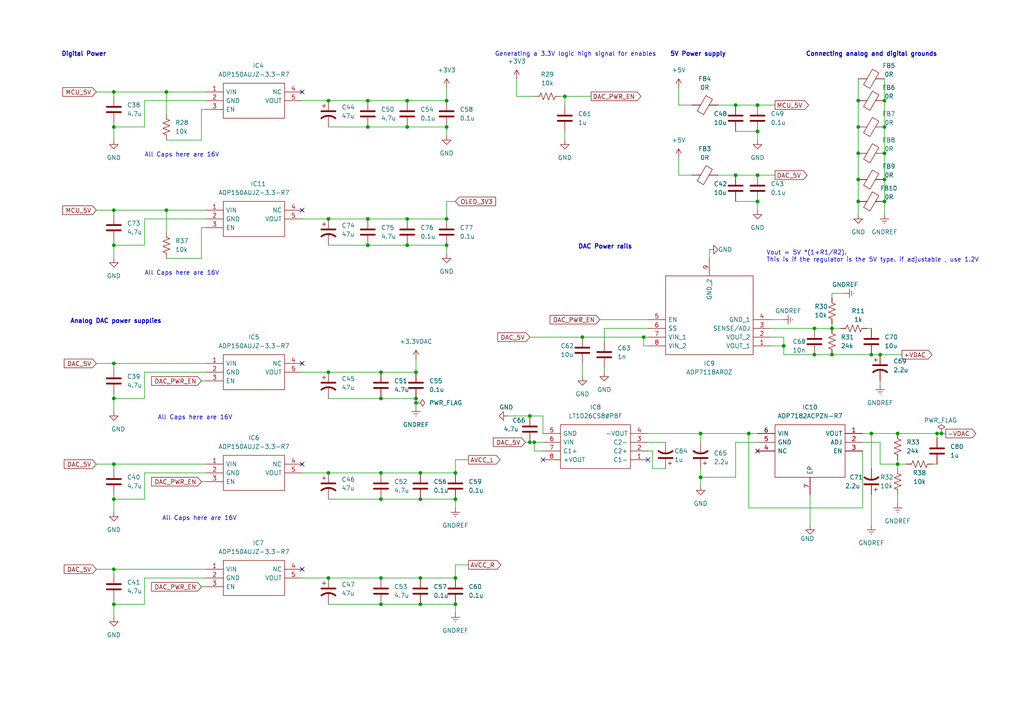
<source format=kicad_sch>
(kicad_sch (version 20211123) (generator eeschema)
  (paper "A4")
  (title_block (title "Power Supplies"))
  (junction (at 106.68 71.12))
  (junction (at 110.49 144.78))
  (junction (at 163.83 27.94))
  (junction (at 213.36 30.48))
  (junction (at 213.36 50.8))
  (junction (at 168.91 97.79))
  (junction (at 121.92 175.26))
  (junction (at 203.2 138.43))
  (junction (at 118.11 36.83))
  (junction (at 153.67 128.27))
  (junction (at 110.49 167.64))
  (junction (at 95.25 63.5))
  (junction (at 33.02 115.57))
  (junction (at 106.68 36.83))
  (junction (at 121.92 137.16))
  (junction (at 95.25 167.64))
  (junction (at 186.69 97.79))
  (junction (at 227.33 100.33))
  (junction (at 248.92 58.42))
  (junction (at 219.71 58.42))
  (junction (at 118.11 63.5))
  (junction (at 129.54 71.12))
  (junction (at 271.78 125.73))
  (junction (at 33.02 105.41))
  (junction (at 132.08 175.26))
  (junction (at 219.71 30.48))
  (junction (at 256.54 29.21))
  (junction (at 95.25 107.95))
  (junction (at 118.11 71.12))
  (junction (at 248.92 29.21))
  (junction (at 203.2 125.73))
  (junction (at 33.02 26.67))
  (junction (at 48.26 26.67))
  (junction (at 110.49 175.26))
  (junction (at 110.49 107.95))
  (junction (at 219.71 50.8))
  (junction (at 252.73 102.87))
  (junction (at 129.54 63.5))
  (junction (at 33.02 71.12))
  (junction (at 132.08 144.78))
  (junction (at 110.49 115.57))
  (junction (at 33.02 36.83))
  (junction (at 248.92 44.45))
  (junction (at 219.71 38.1))
  (junction (at 33.02 165.1))
  (junction (at 273.05 125.73))
  (junction (at 110.49 137.16))
  (junction (at 33.02 144.78))
  (junction (at 132.08 137.16))
  (junction (at 132.08 167.64))
  (junction (at 256.54 44.45))
  (junction (at 260.35 134.62))
  (junction (at 121.92 167.64))
  (junction (at 121.92 144.78))
  (junction (at 241.3 95.25))
  (junction (at 260.35 125.73))
  (junction (at 106.68 29.21))
  (junction (at 217.17 125.73))
  (junction (at 236.22 102.87))
  (junction (at 120.65 107.95))
  (junction (at 118.11 29.21))
  (junction (at 120.65 115.57))
  (junction (at 241.3 102.87))
  (junction (at 248.92 36.83))
  (junction (at 95.25 29.21))
  (junction (at 256.54 58.42))
  (junction (at 120.65 116.84))
  (junction (at 252.73 125.73))
  (junction (at 256.54 52.07))
  (junction (at 33.02 60.96))
  (junction (at 33.02 134.62))
  (junction (at 33.02 175.26))
  (junction (at 129.54 29.21))
  (junction (at 248.92 52.07))
  (junction (at 256.54 36.83))
  (junction (at 154.94 128.27))
  (junction (at 95.25 137.16))
  (junction (at 236.22 95.25))
  (junction (at 153.67 120.65))
  (junction (at 106.68 63.5))
  (junction (at 255.27 102.87))
  (junction (at 129.54 36.83))
  (junction (at 48.26 60.96))
  (no_connect (at 87.63 105.41))
  (no_connect (at 219.71 130.81))
  (no_connect (at 87.63 134.62))
  (no_connect (at 187.96 133.35))
  (no_connect (at 87.63 165.1))
  (no_connect (at 87.63 60.96))
  (no_connect (at 157.48 133.35))
  (no_connect (at 87.63 26.67))
  (wire (pts (xy 250.19 147.32) (xy 217.17 147.32)))
  (wire (pts (xy 219.71 30.48) (xy 224.79 30.48)))
  (wire (pts (xy 95.25 167.64) (xy 110.49 167.64)))
  (wire (pts (xy 162.56 27.94) (xy 163.83 27.94)))
  (wire (pts (xy 252.73 143.51) (xy 252.73 152.4)))
  (wire (pts (xy 153.67 128.27) (xy 154.94 128.27)))
  (wire (pts (xy 118.11 36.83) (xy 129.54 36.83)))
  (wire (pts (xy 213.36 30.48) (xy 219.71 30.48)))
  (wire (pts (xy 241.3 102.87) (xy 252.73 102.87)))
  (wire (pts (xy 129.54 36.83) (xy 129.54 39.37)))
  (wire (pts (xy 129.54 71.12) (xy 129.54 73.66)))
  (wire (pts (xy 147.32 120.65) (xy 153.67 120.65)))
  (wire (pts (xy 241.3 85.09) (xy 245.11 85.09)))
  (wire (pts (xy 223.52 100.33) (xy 227.33 100.33)))
  (wire (pts (xy 168.91 109.22) (xy 168.91 105.41)))
  (wire (pts (xy 227.33 92.71) (xy 223.52 92.71)))
  (wire (pts (xy 189.23 135.89) (xy 193.04 135.89)))
  (wire (pts (xy 255.27 111.76) (xy 255.27 110.49)))
  (wire (pts (xy 27.94 26.67) (xy 33.02 26.67)))
  (wire (pts (xy 132.08 163.83) (xy 132.08 167.64)))
  (wire (pts (xy 95.25 137.16) (xy 110.49 137.16)))
  (wire (pts (xy 132.08 133.35) (xy 135.89 133.35)))
  (wire (pts (xy 121.92 144.78) (xy 132.08 144.78)))
  (wire (pts (xy 227.33 102.87) (xy 236.22 102.87)))
  (wire (pts (xy 157.48 125.73) (xy 157.48 120.65)))
  (wire (pts (xy 255.27 102.87) (xy 261.62 102.87)))
  (wire (pts (xy 95.25 71.12) (xy 106.68 71.12)))
  (wire (pts (xy 241.3 95.25) (xy 243.84 95.25)))
  (wire (pts (xy 33.02 26.67) (xy 48.26 26.67)))
  (wire (pts (xy 213.36 50.8) (xy 219.71 50.8)))
  (wire (pts (xy 58.42 40.64) (xy 48.26 40.64)))
  (wire (pts (xy 256.54 52.07) (xy 256.54 58.42)))
  (wire (pts (xy 149.86 22.86) (xy 149.86 27.94)))
  (wire (pts (xy 27.94 60.96) (xy 33.02 60.96)))
  (wire (pts (xy 33.02 27.94) (xy 33.02 26.67)))
  (wire (pts (xy 153.67 97.79) (xy 168.91 97.79)))
  (wire (pts (xy 256.54 44.45) (xy 256.54 52.07)))
  (wire (pts (xy 186.69 100.33) (xy 186.69 97.79)))
  (wire (pts (xy 95.25 63.5) (xy 106.68 63.5)))
  (wire (pts (xy 250.19 128.27) (xy 255.27 128.27)))
  (wire (pts (xy 203.2 125.73) (xy 217.17 125.73)))
  (wire (pts (xy 87.63 63.5) (xy 95.25 63.5)))
  (wire (pts (xy 213.36 58.42) (xy 219.71 58.42)))
  (wire (pts (xy 250.19 130.81) (xy 250.19 147.32)))
  (wire (pts (xy 121.92 175.26) (xy 132.08 175.26)))
  (wire (pts (xy 110.49 115.57) (xy 120.65 115.57)))
  (wire (pts (xy 27.94 134.62) (xy 33.02 134.62)))
  (wire (pts (xy 41.91 36.83) (xy 33.02 36.83)))
  (wire (pts (xy 33.02 74.93) (xy 33.02 71.12)))
  (wire (pts (xy 41.91 115.57) (xy 33.02 115.57)))
  (wire (pts (xy 260.35 125.73) (xy 271.78 125.73)))
  (wire (pts (xy 59.69 63.5) (xy 41.91 63.5)))
  (wire (pts (xy 248.92 22.86) (xy 248.92 29.21)))
  (wire (pts (xy 205.74 72.39) (xy 205.74 74.93)))
  (wire (pts (xy 213.36 138.43) (xy 203.2 138.43)))
  (wire (pts (xy 157.48 120.65) (xy 153.67 120.65)))
  (wire (pts (xy 59.69 167.64) (xy 41.91 167.64)))
  (wire (pts (xy 236.22 95.25) (xy 241.3 95.25)))
  (wire (pts (xy 236.22 102.87) (xy 241.3 102.87)))
  (wire (pts (xy 118.11 29.21) (xy 129.54 29.21)))
  (wire (pts (xy 129.54 25.4) (xy 129.54 29.21)))
  (wire (pts (xy 168.91 97.79) (xy 186.69 97.79)))
  (wire (pts (xy 260.35 134.62) (xy 260.35 135.89)))
  (wire (pts (xy 48.26 60.96) (xy 48.26 67.31)))
  (wire (pts (xy 203.2 138.43) (xy 203.2 140.97)))
  (wire (pts (xy 271.78 125.73) (xy 271.78 127)))
  (wire (pts (xy 33.02 175.26) (xy 33.02 173.99)))
  (wire (pts (xy 33.02 36.83) (xy 33.02 35.56)))
  (wire (pts (xy 41.91 71.12) (xy 33.02 71.12)))
  (wire (pts (xy 219.71 60.96) (xy 219.71 58.42)))
  (wire (pts (xy 95.25 36.83) (xy 106.68 36.83)))
  (wire (pts (xy 132.08 177.8) (xy 132.08 175.26)))
  (wire (pts (xy 260.35 143.51) (xy 260.35 146.05)))
  (wire (pts (xy 187.96 125.73) (xy 203.2 125.73)))
  (wire (pts (xy 41.91 63.5) (xy 41.91 71.12)))
  (wire (pts (xy 118.11 63.5) (xy 129.54 63.5)))
  (wire (pts (xy 58.42 31.75) (xy 59.69 31.75)))
  (wire (pts (xy 58.42 74.93) (xy 48.26 74.93)))
  (wire (pts (xy 219.71 40.64) (xy 219.71 38.1)))
  (wire (pts (xy 250.19 125.73) (xy 252.73 125.73)))
  (wire (pts (xy 59.69 107.95) (xy 41.91 107.95)))
  (wire (pts (xy 110.49 137.16) (xy 121.92 137.16)))
  (wire (pts (xy 208.28 30.48) (xy 213.36 30.48)))
  (wire (pts (xy 154.94 128.27) (xy 157.48 128.27)))
  (wire (pts (xy 58.42 110.49) (xy 59.69 110.49)))
  (wire (pts (xy 255.27 134.62) (xy 260.35 134.62)))
  (wire (pts (xy 256.54 29.21) (xy 256.54 36.83)))
  (wire (pts (xy 95.25 29.21) (xy 106.68 29.21)))
  (wire (pts (xy 33.02 148.59) (xy 33.02 144.78)))
  (wire (pts (xy 241.3 93.98) (xy 241.3 95.25)))
  (wire (pts (xy 213.36 128.27) (xy 213.36 138.43)))
  (wire (pts (xy 252.73 102.87) (xy 255.27 102.87)))
  (wire (pts (xy 27.94 165.1) (xy 33.02 165.1)))
  (wire (pts (xy 120.65 104.14) (xy 120.65 107.95)))
  (wire (pts (xy 58.42 170.18) (xy 59.69 170.18)))
  (wire (pts (xy 217.17 125.73) (xy 219.71 125.73)))
  (wire (pts (xy 203.2 135.89) (xy 203.2 138.43)))
  (wire (pts (xy 33.02 60.96) (xy 48.26 60.96)))
  (wire (pts (xy 33.02 179.07) (xy 33.02 175.26)))
  (wire (pts (xy 187.96 100.33) (xy 186.69 100.33)))
  (wire (pts (xy 256.54 36.83) (xy 256.54 44.45)))
  (wire (pts (xy 41.91 167.64) (xy 41.91 175.26)))
  (wire (pts (xy 234.95 143.51) (xy 234.95 152.4)))
  (wire (pts (xy 187.96 130.81) (xy 189.23 130.81)))
  (wire (pts (xy 208.28 50.8) (xy 213.36 50.8)))
  (wire (pts (xy 33.02 165.1) (xy 59.69 165.1)))
  (wire (pts (xy 59.69 29.21) (xy 41.91 29.21)))
  (wire (pts (xy 110.49 107.95) (xy 120.65 107.95)))
  (wire (pts (xy 33.02 134.62) (xy 59.69 134.62)))
  (wire (pts (xy 41.91 107.95) (xy 41.91 115.57)))
  (wire (pts (xy 173.99 92.71) (xy 187.96 92.71)))
  (wire (pts (xy 87.63 167.64) (xy 95.25 167.64)))
  (wire (pts (xy 251.46 95.25) (xy 252.73 95.25)))
  (wire (pts (xy 33.02 144.78) (xy 33.02 143.51)))
  (wire (pts (xy 248.92 29.21) (xy 248.92 36.83)))
  (wire (pts (xy 219.71 128.27) (xy 213.36 128.27)))
  (wire (pts (xy 196.85 50.8) (xy 196.85 45.72)))
  (wire (pts (xy 118.11 71.12) (xy 129.54 71.12)))
  (wire (pts (xy 48.26 26.67) (xy 48.26 33.02)))
  (wire (pts (xy 132.08 58.42) (xy 129.54 58.42)))
  (wire (pts (xy 223.52 97.79) (xy 227.33 97.79)))
  (wire (pts (xy 152.4 128.27) (xy 153.67 128.27)))
  (wire (pts (xy 58.42 31.75) (xy 58.42 40.64)))
  (wire (pts (xy 129.54 58.42) (xy 129.54 63.5)))
  (wire (pts (xy 106.68 71.12) (xy 118.11 71.12)))
  (wire (pts (xy 200.66 30.48) (xy 196.85 30.48)))
  (wire (pts (xy 175.26 106.68) (xy 175.26 107.95)))
  (wire (pts (xy 120.65 118.11) (xy 120.65 116.84)))
  (wire (pts (xy 260.35 134.62) (xy 262.89 134.62)))
  (wire (pts (xy 41.91 137.16) (xy 41.91 144.78)))
  (wire (pts (xy 255.27 128.27) (xy 255.27 134.62)))
  (wire (pts (xy 33.02 135.89) (xy 33.02 134.62)))
  (wire (pts (xy 48.26 60.96) (xy 59.69 60.96)))
  (wire (pts (xy 58.42 66.04) (xy 58.42 74.93)))
  (wire (pts (xy 273.05 125.73) (xy 274.32 125.73)))
  (wire (pts (xy 252.73 125.73) (xy 260.35 125.73)))
  (wire (pts (xy 33.02 71.12) (xy 33.02 69.85)))
  (wire (pts (xy 270.51 134.62) (xy 271.78 134.62)))
  (wire (pts (xy 175.26 99.06) (xy 175.26 95.25)))
  (wire (pts (xy 260.35 133.35) (xy 260.35 134.62)))
  (wire (pts (xy 187.96 128.27) (xy 193.04 128.27)))
  (wire (pts (xy 120.65 116.84) (xy 120.65 115.57)))
  (wire (pts (xy 200.66 50.8) (xy 196.85 50.8)))
  (wire (pts (xy 248.92 62.23) (xy 248.92 58.42)))
  (wire (pts (xy 121.92 137.16) (xy 132.08 137.16)))
  (wire (pts (xy 157.48 130.81) (xy 154.94 130.81)))
  (wire (pts (xy 106.68 36.83) (xy 118.11 36.83)))
  (wire (pts (xy 175.26 95.25) (xy 187.96 95.25)))
  (wire (pts (xy 110.49 175.26) (xy 121.92 175.26)))
  (wire (pts (xy 33.02 105.41) (xy 59.69 105.41)))
  (wire (pts (xy 248.92 52.07) (xy 248.92 58.42)))
  (wire (pts (xy 95.25 115.57) (xy 110.49 115.57)))
  (wire (pts (xy 203.2 128.27) (xy 203.2 125.73)))
  (wire (pts (xy 256.54 62.23) (xy 256.54 58.42)))
  (wire (pts (xy 227.33 100.33) (xy 227.33 102.87)))
  (wire (pts (xy 41.91 29.21) (xy 41.91 36.83)))
  (wire (pts (xy 213.36 38.1) (xy 219.71 38.1)))
  (wire (pts (xy 58.42 139.7) (xy 59.69 139.7)))
  (wire (pts (xy 256.54 22.86) (xy 256.54 29.21)))
  (wire (pts (xy 87.63 107.95) (xy 95.25 107.95)))
  (wire (pts (xy 248.92 36.83) (xy 248.92 44.45)))
  (wire (pts (xy 33.02 62.23) (xy 33.02 60.96)))
  (wire (pts (xy 33.02 166.37) (xy 33.02 165.1)))
  (wire (pts (xy 132.08 147.32) (xy 132.08 144.78)))
  (wire (pts (xy 95.25 175.26) (xy 110.49 175.26)))
  (wire (pts (xy 252.73 125.73) (xy 252.73 135.89)))
  (wire (pts (xy 33.02 106.68) (xy 33.02 105.41)))
  (wire (pts (xy 59.69 137.16) (xy 41.91 137.16)))
  (wire (pts (xy 271.78 125.73) (xy 273.05 125.73)))
  (wire (pts (xy 248.92 44.45) (xy 248.92 52.07)))
  (wire (pts (xy 33.02 119.38) (xy 33.02 115.57)))
  (wire (pts (xy 95.25 107.95) (xy 110.49 107.95)))
  (wire (pts (xy 154.94 130.81) (xy 154.94 128.27)))
  (wire (pts (xy 163.83 27.94) (xy 171.45 27.94)))
  (wire (pts (xy 217.17 147.32) (xy 217.17 125.73)))
  (wire (pts (xy 121.92 167.64) (xy 132.08 167.64)))
  (wire (pts (xy 33.02 40.64) (xy 33.02 36.83)))
  (wire (pts (xy 132.08 163.83) (xy 135.89 163.83)))
  (wire (pts (xy 48.26 26.67) (xy 59.69 26.67)))
  (wire (pts (xy 33.02 115.57) (xy 33.02 114.3)))
  (wire (pts (xy 196.85 30.48) (xy 196.85 25.4)))
  (wire (pts (xy 58.42 66.04) (xy 59.69 66.04)))
  (wire (pts (xy 106.68 29.21) (xy 118.11 29.21)))
  (wire (pts (xy 87.63 137.16) (xy 95.25 137.16)))
  (wire (pts (xy 41.91 175.26) (xy 33.02 175.26)))
  (wire (pts (xy 110.49 144.78) (xy 121.92 144.78)))
  (wire (pts (xy 27.94 105.41) (xy 33.02 105.41)))
  (wire (pts (xy 149.86 27.94) (xy 154.94 27.94)))
  (wire (pts (xy 163.83 27.94) (xy 163.83 30.48)))
  (wire (pts (xy 186.69 97.79) (xy 187.96 97.79)))
  (wire (pts (xy 227.33 97.79) (xy 227.33 100.33)))
  (wire (pts (xy 163.83 38.1) (xy 163.83 40.64)))
  (wire (pts (xy 87.63 29.21) (xy 95.25 29.21)))
  (wire (pts (xy 241.3 86.36) (xy 241.3 85.09)))
  (wire (pts (xy 41.91 144.78) (xy 33.02 144.78)))
  (wire (pts (xy 219.71 50.8) (xy 224.79 50.8)))
  (wire (pts (xy 223.52 95.25) (xy 236.22 95.25)))
  (wire (pts (xy 106.68 63.5) (xy 118.11 63.5)))
  (wire (pts (xy 95.25 144.78) (xy 110.49 144.78)))
  (wire (pts (xy 110.49 167.64) (xy 121.92 167.64)))
  (wire (pts (xy 189.23 130.81) (xy 189.23 135.89)))
  (wire (pts (xy 132.08 133.35) (xy 132.08 137.16)))
  (text "DAC Power rails" (at 167.64 72.39 0) (effects (font (size 1.27 1.27) (thickness 0.254) bold) (justify left bottom)))
  (text "Connecting analog and digital grounds" (at 233.68 16.51 0) (effects (font (size 1.27 1.27) (thickness 0.254) bold) (justify left bottom)))
  (text "Digital Power" (at 17.78 16.51 0) (effects (font (size 1.27 1.27) (thickness 0.254) bold) (justify left bottom)))
  (text "Analog DAC power supplies" (at 20.32 93.98 0) (effects (font (size 1.27 1.27) (thickness 0.254) bold) (justify left bottom)))
  (text "Vout = 5V *(1+R1/R2).\nThis is if the regulator is the 5V type. if adjustable , use 1.2V" (at 222.25 76.2 0) (effects (font (size 1.27 1.27)) (justify left bottom)))
  (text "All Caps here are 16V" (at 45.72 121.92 0) (effects (font (size 1.27 1.27)) (justify left bottom)))
  (text "Generating a 3.3V logic high signal for enables" (at 143.51 16.51 0) (effects (font (size 1.27 1.27)) (justify left bottom)))
  (text "All Caps here are 16V" (at 41.91 80.01 0) (effects (font (size 1.27 1.27)) (justify left bottom)))
  (text "5V Power supply" (at 194.31 16.51 0) (effects (font (size 1.27 1.27) (thickness 0.254) bold) (justify left bottom)))
  (text "All Caps here are 16V" (at 41.91 45.72 0) (effects (font (size 1.27 1.27)) (justify left bottom)))
  (text "All Caps here are 16V" (at 46.99 151.13 0) (effects (font (size 1.27 1.27)) (justify left bottom)))
  (global_label "MCU_5V" (shape input) (at 27.94 60.96 180) (property "Intersheet References" "${INTERSHEET_REFS}" (effects hide)))
  (global_label "DAC_5V" (shape output) (at 224.79 50.8 0) (property "Intersheet References" "${INTERSHEET_REFS}" (effects hide)))
  (global_label "DAC_5V" (shape input) (at 153.67 97.79 180) (property "Intersheet References" "${INTERSHEET_REFS}" (effects hide)))
  (global_label "DAC_5V" (shape input) (at 27.94 105.41 180) (property "Intersheet References" "${INTERSHEET_REFS}" (effects hide)))
  (global_label "OLED_3V3" (shape input) (at 132.08 58.42 0) (property "Intersheet References" "${INTERSHEET_REFS}" (effects hide)))
  (global_label "MCU_5V" (shape output) (at 224.79 30.48 0) (property "Intersheet References" "${INTERSHEET_REFS}" (effects hide)))
  (global_label "-VDAC" (shape output) (at 274.32 125.73 0) (property "Intersheet References" "${INTERSHEET_REFS}" (effects hide)))
  (global_label "DAC_PWR_EN" (shape output) (at 171.45 27.94 0) (property "Intersheet References" "${INTERSHEET_REFS}" (effects hide)))
  (global_label "+VDAC" (shape output) (at 261.62 102.87 0) (property "Intersheet References" "${INTERSHEET_REFS}" (effects hide)))
  (global_label "DAC_PWR_EN" (shape input) (at 173.99 92.71 180) (property "Intersheet References" "${INTERSHEET_REFS}" (effects hide)))
  (global_label "DAC_5V" (shape input) (at 152.4 128.27 180) (property "Intersheet References" "${INTERSHEET_REFS}" (effects hide)))
  (global_label "DAC_5V" (shape input) (at 27.94 165.1 180) (property "Intersheet References" "${INTERSHEET_REFS}" (effects hide)))
  (global_label "DAC_5V" (shape input) (at 27.94 134.62 180) (property "Intersheet References" "${INTERSHEET_REFS}" (effects hide)))
  (global_label "AVCC_L" (shape output) (at 135.89 133.35 0) (property "Intersheet References" "${INTERSHEET_REFS}" (effects hide)))
  (global_label "DAC_PWR_EN" (shape input) (at 58.42 110.49 180) (property "Intersheet References" "${INTERSHEET_REFS}" (effects hide)))
  (global_label "DAC_PWR_EN" (shape input) (at 58.42 170.18 180) (property "Intersheet References" "${INTERSHEET_REFS}" (effects hide)))
  (global_label "MCU_5V" (shape input) (at 27.94 26.67 180) (property "Intersheet References" "${INTERSHEET_REFS}" (effects hide)))
  (global_label "AVCC_R" (shape output) (at 135.89 163.83 0) (property "Intersheet References" "${INTERSHEET_REFS}" (effects hide)))
  (global_label "DAC_PWR_EN" (shape input) (at 58.42 139.7 180) (property "Intersheet References" "${INTERSHEET_REFS}" (effects hide)))
  (symbol (lib_id "Device:C") (at 219.71 34.29 0) (unit 1)
    (property "Reference" "C49" (at 223.52 33.0199 0) (effects (justify left)))
    (property "Value" "0.1u" (at 223.52 35.5599 0) (effects (justify left)))
    (property "Footprint" "Capacitor_SMD:C_0805_2012Metric_Pad1.18x1.45mm_HandSolder" (effects hide))
    (property "Part Number" "CL21B104KBCNFNC" (effects hide))
    (property "Mouser Part Number" "187-CL21B104KBCNFNC" (effects hide))
  )
  (symbol (lib_id "Device:C_Polarized_US") (at 255.27 106.68 0) (unit 1)
    (property "Reference" "C69" (at 259.08 104.7749 0) (effects (justify left)))
    (property "Value" "2.2u" (at 259.08 107.3149 0) (effects (justify left)))
    (property "Footprint" "Capacitor_THT:CP_Radial_D4.0mm_P1.50mm" (effects hide))
    (property "Part Number" "ECE-A1HKA2R2" (effects hide))
    (property "Mouser Part Number" "667-ECE-A1HKA2R2" (effects hide))
  )
  (symbol (lib_id "power:GNDREF") (at 245.11 85.09 90) (unit 1)
    (property "Reference" "#PWR0159" (effects hide))
    (property "Value" "GNDREF" (at 248.92 82.55 90) (effects (justify left)))
  )
  (symbol (lib_id "SamacSys_Parts:LT1026CS8#PBF") (at 187.96 133.35 180) (unit 1)
    (property "Reference" "IC8" (at 172.72 118.11 0))
    (property "Value" "LT1026CS8#PBF" (at 172.72 120.65 0))
    (property "Footprint" "SamacSys_Parts:SOIC127P599X175-8N" (effects hide))
    (property "Datasheet" "https://datasheet.datasheetarchive.com/originals/distributors/SFDatasheet-4/sf-00090775.pdf" (effects hide))
    (property "Description" "Linear Technology LT1026CS8#PBF, Charge Pump Inverting, 7  18 V, 8-Pin, SOIC" (effects hide))
    (property "Height" "1.752" (effects hide))
    (property "Manufacturer_Name" "Linear Technology" (effects hide))
    (property "Manufacturer_Part_Number" "LT1026CS8#PBF" (effects hide))
    (property "Mouser Part Number" "584-LT1026CS8#PBF" (effects hide))
    (property "Mouser Price/Stock" "https://www.mouser.com/Search/Refine.aspx?Keyword=584-LT1026CS8%23PBF" (effects hide))
    (property "Arrow Part Number" "LT1026CS8#PBF" (effects hide))
    (property "Arrow Price/Stock" "https://www.arrow.com/en/products/lt1026cs8pbf/linear-technology" (effects hide))
  )
  (symbol (lib_id "Device:C") (at 106.68 33.02 0) (unit 1)
    (property "Reference" "C50" (at 110.49 31.7499 0) (effects (justify left)))
    (property "Value" "4.7u" (at 110.49 34.2899 0) (effects (justify left)))
    (property "Footprint" "Capacitor_SMD:C_0805_2012Metric_Pad1.18x1.45mm_HandSolder" (effects hide))
    (property "Part Number" "C0805C104K8RACAUTO" (effects hide))
    (property "Mouser Part Number" "80-C0805C104K8RAUTO" (effects hide))
  )
  (symbol (lib_id "power:GND") (at 219.71 60.96 0) (unit 1)
    (property "Reference" "#PWR0178" (effects hide))
    (property "Value" "GND" (at 219.71 66.04 0))
  )
  (symbol (lib_id "Device:C_Polarized_US") (at 95.25 111.76 0) (unit 1)
    (property "Reference" "C45" (at 99.06 109.8549 0) (effects (justify left)))
    (property "Value" "47u" (at 99.06 112.3949 0) (effects (justify left)))
    (property "Footprint" "Capacitor_THT:CP_Radial_D5.0mm_P2.50mm" (effects hide))
    (property "Part Number" "ECA-1CHG470I" (effects hide))
    (property "Mouser Part Number" "667-ECA-1CHG470I" (effects hide))
  )
  (symbol (lib_id "power:GNDREF") (at 252.73 152.4 0) (unit 1)
    (property "Reference" "#PWR09" (effects hide))
    (property "Value" "GNDREF" (at 248.92 157.48 0) (effects (justify left)))
  )
  (symbol (lib_id "Device:C") (at 252.73 99.06 0) (unit 1)
    (property "Reference" "C70" (at 256.54 97.7899 0) (effects (justify left)))
    (property "Value" "10u" (at 256.54 100.3299 0) (effects (justify left)))
    (property "Footprint" "Capacitor_SMD:C_0805_2012Metric_Pad1.18x1.45mm_HandSolder" (effects hide))
    (property "Mouser Part Number" "963-LMK212ABJ106KG8T" (effects hide))
    (property "Part Number" "LMK212ABJ106KG8T" (effects hide))
  )
  (symbol (lib_id "Device:C") (at 153.67 124.46 0) (unit 1)
    (property "Reference" "C66" (at 148.59 121.92 0) (effects (justify left)))
    (property "Value" "4.7u" (at 146.05 124.46 0) (effects (justify left)))
    (property "Footprint" "Capacitor_SMD:C_0805_2012Metric_Pad1.18x1.45mm_HandSolder" (effects hide))
    (property "Part Number" "C0805C104K8RACAUTO" (effects hide))
    (property "Mouser Part Number" "80-C0805C104K8RAUTO" (effects hide))
  )
  (symbol (lib_id "Device:C") (at 110.49 140.97 0) (unit 1)
    (property "Reference" "C52" (at 114.3 139.6999 0) (effects (justify left)))
    (property "Value" "4.7u" (at 114.3 142.2399 0) (effects (justify left)))
    (property "Footprint" "Capacitor_SMD:C_0805_2012Metric_Pad1.18x1.45mm_HandSolder" (effects hide))
    (property "Part Number" "C0805C104K8RACAUTO" (effects hide))
    (property "Mouser Part Number" "80-C0805C104K8RAUTO" (effects hide))
  )
  (symbol (lib_id "power:GND") (at 163.83 40.64 0) (unit 1)
    (property "Reference" "#PWR0167" (effects hide))
    (property "Value" "GND" (at 163.83 45.72 0))
  )
  (symbol (lib_id "Device:C") (at 120.65 111.76 0) (unit 1)
    (property "Reference" "C55" (at 124.46 110.4899 0) (effects (justify left)))
    (property "Value" "0.1u" (at 124.46 113.0299 0) (effects (justify left)))
    (property "Footprint" "Capacitor_SMD:C_0805_2012Metric_Pad1.18x1.45mm_HandSolder" (effects hide))
    (property "Part Number" "CL21B104KBCNFNC" (effects hide))
    (property "Mouser Part Number" "187-CL21B104KBCNFNC" (effects hide))
  )
  (symbol (lib_id "Device:C") (at 175.26 102.87 0) (unit 1)
    (property "Reference" "C63" (at 179.07 100.9649 0) (effects (justify left)))
    (property "Value" "1n" (at 179.07 103.5049 0) (effects (justify left)))
    (property "Footprint" "Capacitor_SMD:C_0805_2012Metric_Pad1.18x1.45mm_HandSolder" (effects hide))
    (property "Part Number" "0805YD102KAT2A" (effects hide))
    (property "Mouser Part Number" "581-0805YD102KAT2A" (effects hide))
  )
  (symbol (lib_id "SamacSys_Parts:ADP150AUJZ-3.3-R7") (at 59.69 26.67 0) (unit 1)
    (property "Reference" "IC4" (at 74.93 19.05 0))
    (property "Value" "ADP150AUJZ-3.3-R7" (at 73.66 21.59 0))
    (property "Footprint" "SamacSys_Parts:SOT95P280X100-5N" (effects hide))
    (property "Datasheet" "https://www.digikey.com/product-detail/en/analog-devices-inc/ADP150AUJZ-3.3-R7/ADP150AUJZ-3.3-R7CT-ND/2207505" (effects hide))
    (property "Description" "Ultralow Noise, 150 mA CMOS Linear Regulator" (effects hide))
    (property "Height" "1" (effects hide))
    (property "Manufacturer_Name" "Analog Devices" (effects hide))
    (property "Manufacturer_Part_Number" "ADP150AUJZ-3.3-R7" (effects hide))
    (property "Mouser Part Number" "584-ADP150AUJZ-3.3R7" (effects hide))
    (property "Mouser Price/Stock" "https://www.mouser.com/Search/Refine.aspx?Keyword=N%2FA" (effects hide))
    (property "Arrow Part Number" "ADP150AUJZ-3.3-R7" (effects hide))
    (property "Arrow Price/Stock" "https://www.arrow.com/en/products/adp150aujz-3.3-r7/analog-devices?region=nac" (effects hide))
  )
  (symbol (lib_id "power:+3.3V") (at 129.54 25.4 0) (unit 1)
    (property "Reference" "#PWR0172" (effects hide))
    (property "Value" "+3.3V" (at 129.54 20.32 0))
  )
  (symbol (lib_id "Device:C") (at 33.02 31.75 0) (unit 1)
    (property "Reference" "C38" (at 36.83 30.4799 0) (effects (justify left)))
    (property "Value" "4.7u" (at 36.83 33.0199 0) (effects (justify left)))
    (property "Footprint" "Capacitor_SMD:C_0805_2012Metric_Pad1.18x1.45mm_HandSolder" (effects hide))
    (property "Part Number" "C0805C104K8RACAUTO" (effects hide))
    (property "Mouser Part Number" "80-C0805C104K8RAUTO" (effects hide))
  )
  (symbol (lib_id "power:+3.3V") (at 149.86 22.86 0) (unit 1)
    (property "Reference" "#PWR0175" (effects hide))
    (property "Value" "+3.3V" (at 149.86 17.78 0))
  )
  (symbol (lib_id "Device:C_Polarized_US") (at 95.25 67.31 0) (unit 1)
    (property "Reference" "C74" (at 99.06 65.4049 0) (effects (justify left)))
    (property "Value" "47u" (at 99.06 67.9449 0) (effects (justify left)))
    (property "Footprint" "Capacitor_THT:CP_Radial_D5.0mm_P2.50mm" (effects hide))
    (property "Part Number" "ECA-1CHG470I" (effects hide))
    (property "Mouser Part Number" "667-ECA-1CHG470I" (effects hide))
  )
  (symbol (lib_id "Device:R_US") (at 260.35 139.7 180) (unit 1)
    (property "Reference" "R32" (at 255.27 138.43 0) (effects (justify right)))
    (property "Value" "10k" (at 255.27 140.97 0) (effects (justify right)))
    (property "Footprint" "Resistor_SMD:R_0805_2012Metric_Pad1.20x1.40mm_HandSolder" (effects hide))
    (property "Part Number" "RT0805BRD0710KL" (effects hide))
    (property "Mouser Part Number" "603-RT0805BRD0710KL" (effects hide))
  )
  (symbol (lib_id "power:PWR_FLAG") (at 273.05 125.73 0) (unit 1)
    (property "Reference" "#FLG0103" (effects hide))
    (property "Value" "PWR_FLAG" (at 267.97 121.92 0) (effects (justify left)))
  )
  (symbol (lib_id "Device:R_US") (at 48.26 36.83 180) (unit 1)
    (property "Reference" "R28" (at 50.8 35.5599 0) (effects (justify right)))
    (property "Value" "10k" (at 50.8 38.0999 0) (effects (justify right)))
    (property "Footprint" "Resistor_SMD:R_0805_2012Metric_Pad1.20x1.40mm_HandSolder" (effects hide))
    (property "Part Number" "RC0805FR-7W10KL" (effects hide))
    (property "Mouser Part Number" "603-RC0805FR-7W10KL" (effects hide))
  )
  (symbol (lib_id "Device:FerriteBead") (at 252.73 22.86 90) (unit 1)
    (property "Reference" "FB5" (at 257.81 19.05 90))
    (property "Value" "0R" (at 257.8608 21.59 90))
    (property "Footprint" "SamacSys_Parts:BEADC2012X110N" (effects hide))
    (property "Part Number" "MFBW1V2012-000-R" (effects hide))
    (property "Mouser Part Number" "704-MFBW1V2012-000-R" (effects hide))
  )
  (symbol (lib_id "power:+5V") (at 196.85 25.4 0) (unit 1)
    (property "Reference" "#PWR0180" (effects hide))
    (property "Value" "+5V" (at 196.85 20.32 0))
  )
  (symbol (lib_id "Device:C") (at 129.54 67.31 0) (unit 1)
    (property "Reference" "C77" (at 133.35 66.0399 0) (effects (justify left)))
    (property "Value" "0.1u" (at 133.35 68.5799 0) (effects (justify left)))
    (property "Footprint" "Capacitor_SMD:C_0805_2012Metric_Pad1.18x1.45mm_HandSolder" (effects hide))
    (property "Part Number" "CL21B104KBCNFNC" (effects hide))
    (property "Mouser Part Number" "187-CL21B104KBCNFNC" (effects hide))
  )
  (symbol (lib_id "Device:C_Polarized_US") (at 95.25 33.02 0) (unit 1)
    (property "Reference" "C44" (at 99.06 31.1149 0) (effects (justify left)))
    (property "Value" "47u" (at 99.06 33.6549 0) (effects (justify left)))
    (property "Footprint" "Capacitor_THT:CP_Radial_D5.0mm_P2.50mm" (effects hide))
    (property "Part Number" "ECA-1CHG470I" (effects hide))
    (property "Mouser Part Number" "667-ECA-1CHG470I" (effects hide))
  )
  (symbol (lib_id "power:GND") (at 33.02 40.64 0) (unit 1)
    (property "Reference" "#PWR0168" (effects hide))
    (property "Value" "GND" (at 33.02 45.72 0))
  )
  (symbol (lib_id "power:GND") (at 33.02 179.07 0) (unit 1)
    (property "Reference" "#PWR0171" (effects hide))
    (property "Value" "GND" (at 33.02 184.15 0))
  )
  (symbol (lib_id "power:GNDREF") (at 260.35 146.05 0) (unit 1)
    (property "Reference" "#PWR0166" (effects hide))
    (property "Value" "GNDREF" (at 256.54 151.13 0) (effects (justify left)))
  )
  (symbol (lib_id "SamacSys_Parts:ADP7118ARDZ") (at 223.52 100.33 180) (unit 1)
    (property "Reference" "IC9" (at 205.74 105.41 0))
    (property "Value" "ADP7118ARDZ" (at 205.74 107.95 0))
    (property "Footprint" "SamacSys_Parts:SOIC127P600X175-9N" (effects hide))
    (property "Datasheet" "https://datasheet.datasheetarchive.com/originals/distributors/DKDS-11/217300.pdf" (effects hide))
    (property "Description" "LDO Linear Regulator 0.2A SOICN8 Analog Devices ADP7118ARDZ, LDO Voltage Regulator, Adjustable 200mA, 1.2  5 V +/-0.8%, 8-Pin SOIC" (effects hide))
    (property "Height" "1.75" (effects hide))
    (property "Manufacturer_Name" "Analog Devices" (effects hide))
    (property "Manufacturer_Part_Number" "ADP7118ARDZ" (effects hide))
    (property "Mouser Part Number" "584-ADP7118ARDZ" (effects hide))
    (property "Mouser Price/Stock" "https://www.mouser.co.uk/ProductDetail/Analog-Devices/ADP7118ARDZ?qs=hpwIUhX6lWxB0dXcVRdYrw%3D%3D" (effects hide))
    (property "Arrow Part Number" "ADP7118ARDZ" (effects hide))
    (property "Arrow Price/Stock" "https://www.arrow.com/en/products/adp7118ardz/analog-devices?region=nac" (effects hide))
  )
  (symbol (lib_id "Device:C") (at 33.02 110.49 0) (unit 1)
    (property "Reference" "C39" (at 36.83 109.2199 0) (effects (justify left)))
    (property "Value" "4.7u" (at 36.83 111.7599 0) (effects (justify left)))
    (property "Footprint" "Capacitor_SMD:C_0805_2012Metric_Pad1.18x1.45mm_HandSolder" (effects hide))
    (property "Part Number" "C0805C104K8RACAUTO" (effects hide))
    (property "Mouser Part Number" "80-C0805C104K8RAUTO" (effects hide))
  )
  (symbol (lib_id "Device:C_Polarized_US") (at 95.25 140.97 0) (unit 1)
    (property "Reference" "C46" (at 99.06 139.0649 0) (effects (justify left)))
    (property "Value" "47u" (at 99.06 141.6049 0) (effects (justify left)))
    (property "Footprint" "Capacitor_THT:CP_Radial_D5.0mm_P2.50mm" (effects hide))
    (property "Part Number" "ECA-1CHG470I" (effects hide))
    (property "Mouser Part Number" "667-ECA-1CHG470I" (effects hide))
  )
  (symbol (lib_id "Device:FerriteBead") (at 252.73 58.42 90) (unit 1)
    (property "Reference" "FB10" (at 257.81 54.61 90))
    (property "Value" "0R" (at 257.8608 57.15 90))
    (property "Footprint" "SamacSys_Parts:BEADC2012X110N" (effects hide))
    (property "Part Number" "MFBW1V2012-000-R" (effects hide))
    (property "Mouser Part Number" "704-MFBW1V2012-000-R" (effects hide))
  )
  (symbol (lib_id "power:GND") (at 175.26 107.95 0) (unit 1)
    (property "Reference" "#PWR0155" (effects hide))
    (property "Value" "GND" (at 175.26 113.03 0))
  )
  (symbol (lib_id "Device:C") (at 121.92 171.45 0) (unit 1)
    (property "Reference" "C57" (at 125.73 170.1799 0) (effects (justify left)))
    (property "Value" "0.1u" (at 125.73 172.7199 0) (effects (justify left)))
    (property "Footprint" "Capacitor_SMD:C_0805_2012Metric_Pad1.18x1.45mm_HandSolder" (effects hide))
    (property "Part Number" "CL21B104KBCNFNC" (effects hide))
    (property "Mouser Part Number" "187-CL21B104KBCNFNC" (effects hide))
  )
  (symbol (lib_id "Device:R_US") (at 48.26 71.12 180) (unit 1)
    (property "Reference" "R37" (at 50.8 69.8499 0) (effects (justify right)))
    (property "Value" "10k" (at 50.8 72.3899 0) (effects (justify right)))
    (property "Footprint" "Resistor_SMD:R_0805_2012Metric_Pad1.20x1.40mm_HandSolder" (effects hide))
    (property "Part Number" "RC0805FR-7W10KL" (effects hide))
    (property "Mouser Part Number" "603-RC0805FR-7W10KL" (effects hide))
  )
  (symbol (lib_id "Device:C") (at 118.11 33.02 0) (unit 1)
    (property "Reference" "C54" (at 121.92 31.7499 0) (effects (justify left)))
    (property "Value" "0.1u" (at 121.92 34.2899 0) (effects (justify left)))
    (property "Footprint" "Capacitor_SMD:C_0805_2012Metric_Pad1.18x1.45mm_HandSolder" (effects hide))
    (property "Part Number" "CL21B104KBCNFNC" (effects hide))
    (property "Mouser Part Number" "187-CL21B104KBCNFNC" (effects hide))
  )
  (symbol (lib_id "power:GND") (at 234.95 152.4 0) (unit 1)
    (property "Reference" "#PWR0161" (effects hide))
    (property "Value" "GND" (at 236.22 156.21 0) (effects (justify right)))
  )
  (symbol (lib_id "Device:R_US") (at 247.65 95.25 90) (unit 1)
    (property "Reference" "R11" (at 248.92 90.17 90))
    (property "Value" "1k" (at 248.92 92.71 90))
    (property "Footprint" "Resistor_SMD:R_0805_2012Metric_Pad1.20x1.40mm_HandSolder" (effects hide))
    (property "Part Number" "ERA-6AEB102V" (effects hide))
    (property "Mouser Part Number" "667-ERA-6AEB102V" (effects hide))
  )
  (symbol (lib_id "power:GNDREF") (at 132.08 147.32 0) (unit 1)
    (property "Reference" "#PWR0177" (effects hide))
    (property "Value" "GNDREF" (at 128.27 152.4 0) (effects (justify left)))
  )
  (symbol (lib_id "Device:C") (at 236.22 99.06 0) (mirror y) (unit 1)
    (property "Reference" "C68" (at 229.87 99.06 0) (effects (justify right)))
    (property "Value" "10n" (at 229.87 101.6 0) (effects (justify right)))
    (property "Footprint" "Capacitor_SMD:C_0805_2012Metric_Pad1.18x1.45mm_HandSolder" (effects hide))
    (property "Part Number" "C0805C103K4RECTU" (effects hide))
    (property "Mouser Part Number" "80-C0805C103K4RECTU" (effects hide))
  )
  (symbol (lib_id "Device:C") (at 132.08 171.45 0) (unit 1)
    (property "Reference" "C60" (at 135.89 170.1799 0) (effects (justify left)))
    (property "Value" "0.1u" (at 135.89 172.7199 0) (effects (justify left)))
    (property "Footprint" "Capacitor_SMD:C_0805_2012Metric_Pad1.18x1.45mm_HandSolder" (effects hide))
    (property "Part Number" "CL21B104KBCNFNC" (effects hide))
    (property "Mouser Part Number" "187-CL21B104KBCNFNC" (effects hide))
  )
  (symbol (lib_id "power:GNDREF") (at 255.27 111.76 0) (unit 1)
    (property "Reference" "#PWR0160" (effects hide))
    (property "Value" "GNDREF" (at 251.46 116.84 0) (effects (justify left)))
  )
  (symbol (lib_id "power:GNDREF") (at 227.33 92.71 90) (unit 1)
    (property "Reference" "#PWR08" (effects hide))
    (property "Value" "GNDREF" (at 232.41 90.17 90) (effects (justify left)))
  )
  (symbol (lib_id "Device:C") (at 33.02 170.18 0) (unit 1)
    (property "Reference" "C41" (at 36.83 168.9099 0) (effects (justify left)))
    (property "Value" "4.7u" (at 36.83 171.4499 0) (effects (justify left)))
    (property "Footprint" "Capacitor_SMD:C_0805_2012Metric_Pad1.18x1.45mm_HandSolder" (effects hide))
    (property "Part Number" "C0805C104K8RACAUTO" (effects hide))
    (property "Mouser Part Number" "80-C0805C104K8RAUTO" (effects hide))
  )
  (symbol (lib_id "power:GND") (at 147.32 120.65 270) (unit 1)
    (property "Reference" "#PWR0162" (effects hide))
    (property "Value" "GND" (at 144.78 118.11 90) (effects (justify left)))
  )
  (symbol (lib_id "Device:C") (at 110.49 111.76 0) (unit 1)
    (property "Reference" "C51" (at 114.3 110.4899 0) (effects (justify left)))
    (property "Value" "4.7u" (at 114.3 113.0299 0) (effects (justify left)))
    (property "Footprint" "Capacitor_SMD:C_0805_2012Metric_Pad1.18x1.45mm_HandSolder" (effects hide))
    (property "Part Number" "C0805C104K8RACAUTO" (effects hide))
    (property "Mouser Part Number" "80-C0805C104K8RAUTO" (effects hide))
  )
  (symbol (lib_id "power:GND") (at 33.02 148.59 0) (unit 1)
    (property "Reference" "#PWR0170" (effects hide))
    (property "Value" "GND" (at 33.02 153.67 0))
  )
  (symbol (lib_id "Device:C") (at 110.49 171.45 0) (unit 1)
    (property "Reference" "C53" (at 114.3 170.1799 0) (effects (justify left)))
    (property "Value" "4.7u" (at 114.3 172.7199 0) (effects (justify left)))
    (property "Footprint" "Capacitor_SMD:C_0805_2012Metric_Pad1.18x1.45mm_HandSolder" (effects hide))
    (property "Part Number" "C0805C104K8RACAUTO" (effects hide))
    (property "Mouser Part Number" "80-C0805C104K8RAUTO" (effects hide))
  )
  (symbol (lib_id "Device:FerriteBead") (at 252.73 29.21 90) (unit 1)
    (property "Reference" "FB6" (at 257.81 25.4 90))
    (property "Value" "0R" (at 257.8608 27.94 90))
    (property "Footprint" "SamacSys_Parts:BEADC2012X110N" (effects hide))
    (property "Part Number" "MFBW1V2012-000-R" (effects hide))
    (property "Mouser Part Number" "704-MFBW1V2012-000-R" (effects hide))
  )
  (symbol (lib_id "Device:C") (at 271.78 130.81 0) (unit 1)
    (property "Reference" "C80" (at 275.59 129.5399 0) (effects (justify left)))
    (property "Value" "1u" (at 275.59 132.0799 0) (effects (justify left)))
    (property "Footprint" "Capacitor_SMD:C_0805_2012Metric_Pad1.18x1.45mm_HandSolder" (effects hide))
    (property "Mouser Part Number" "963-EMK212B7105KG-T" (effects hide))
    (property "Part Number" "EMK212B7105KG-T" (effects hide))
  )
  (symbol (lib_id "Device:C") (at 132.08 140.97 0) (unit 1)
    (property "Reference" "C59" (at 135.89 139.6999 0) (effects (justify left)))
    (property "Value" "0.1u" (at 135.89 142.2399 0) (effects (justify left)))
    (property "Footprint" "Capacitor_SMD:C_0805_2012Metric_Pad1.18x1.45mm_HandSolder" (effects hide))
    (property "Part Number" "CL21B104KBCNFNC" (effects hide))
    (property "Mouser Part Number" "187-CL21B104KBCNFNC" (effects hide))
  )
  (symbol (lib_id "power:PWR_FLAG") (at 120.65 116.84 270) (unit 1)
    (property "Reference" "#FLG02" (effects hide))
    (property "Value" "PWR_FLAG" (at 124.46 116.8399 90) (effects (justify left)))
  )
  (symbol (lib_id "Device:R_US") (at 266.7 134.62 270) (unit 1)
    (property "Reference" "R38" (at 266.7 137.16 90))
    (property "Value" "10k" (at 266.7 139.7 90))
    (property "Footprint" "Resistor_SMD:R_0805_2012Metric_Pad1.20x1.40mm_HandSolder" (effects hide))
    (property "Part Number" "RT0805BRD0710KL" (effects hide))
    (property "Mouser Part Number" "603-RT0805BRD0710KL" (effects hide))
  )
  (symbol (lib_id "Device:C") (at 106.68 67.31 0) (unit 1)
    (property "Reference" "C75" (at 110.49 66.0399 0) (effects (justify left)))
    (property "Value" "4.7u" (at 110.49 68.5799 0) (effects (justify left)))
    (property "Footprint" "Capacitor_SMD:C_0805_2012Metric_Pad1.18x1.45mm_HandSolder" (effects hide))
    (property "Part Number" "C0805C104K8RACAUTO" (effects hide))
    (property "Mouser Part Number" "80-C0805C104K8RAUTO" (effects hide))
  )
  (symbol (lib_id "power:GNDREF") (at 256.54 62.23 0) (unit 1)
    (property "Reference" "#PWR0152" (effects hide))
    (property "Value" "GNDREF" (at 252.73 67.31 0) (effects (justify left)))
  )
  (symbol (lib_id "Device:C") (at 168.91 101.6 0) (mirror y) (unit 1)
    (property "Reference" "C62" (at 162.56 100.33 0) (effects (justify right)))
    (property "Value" "10u" (at 162.56 102.87 0) (effects (justify right)))
    (property "Footprint" "Capacitor_SMD:C_0805_2012Metric_Pad1.18x1.45mm_HandSolder" (effects hide))
    (property "Part Number" "LMK212ABJ106KG8T" (effects hide))
    (property "Mouser Part Number" "963-LMK212ABJ106KG8T" (effects hide))
  )
  (symbol (lib_id "SamacSys_Parts:ADP150AUJZ-3.3-R7") (at 59.69 105.41 0) (unit 1)
    (property "Reference" "IC5" (at 73.66 97.79 0))
    (property "Value" "ADP150AUJZ-3.3-R7" (at 73.66 100.33 0))
    (property "Footprint" "SamacSys_Parts:SOT95P280X100-5N" (effects hide))
    (property "Datasheet" "https://www.digikey.com/product-detail/en/analog-devices-inc/ADP150AUJZ-3.3-R7/ADP150AUJZ-3.3-R7CT-ND/2207505" (effects hide))
    (property "Description" "Ultralow Noise, 150 mA CMOS Linear Regulator" (effects hide))
    (property "Height" "1" (effects hide))
    (property "Manufacturer_Name" "Analog Devices" (effects hide))
    (property "Manufacturer_Part_Number" "ADP150AUJZ-3.3-R7" (effects hide))
    (property "Mouser Part Number" "584-ADP150AUJZ-3.3R7" (effects hide))
    (property "Mouser Price/Stock" "https://www.mouser.com/Search/Refine.aspx?Keyword=N%2FA" (effects hide))
    (property "Arrow Part Number" "ADP150AUJZ-3.3-R7" (effects hide))
    (property "Arrow Price/Stock" "https://www.arrow.com/en/products/adp150aujz-3.3-r7/analog-devices?region=nac" (effects hide))
  )
  (symbol (lib_id "Device:C") (at 219.71 54.61 0) (unit 1)
    (property "Reference" "C43" (at 223.52 53.3399 0) (effects (justify left)))
    (property "Value" "0.1u" (at 223.52 55.8799 0) (effects (justify left)))
    (property "Footprint" "Capacitor_SMD:C_0805_2012Metric_Pad1.18x1.45mm_HandSolder" (effects hide))
    (property "Part Number" "CL21B104KBCNFNC" (effects hide))
    (property "Mouser Part Number" "187-CL21B104KBCNFNC" (effects hide))
  )
  (symbol (lib_id "Device:C") (at 213.36 54.61 180) (unit 1)
    (property "Reference" "C42" (at 207.01 53.34 0) (effects (justify right)))
    (property "Value" "10u" (at 207.01 55.88 0) (effects (justify right)))
    (property "Footprint" "Capacitor_SMD:C_0805_2012Metric_Pad1.18x1.45mm_HandSolder" (effects hide))
    (property "Part Number" "LMK212ABJ106KG8T" (effects hide))
    (property "Mouser Part Number" "963-LMK212ABJ106KG8T" (effects hide))
  )
  (symbol (lib_id "Device:C") (at 118.11 67.31 0) (unit 1)
    (property "Reference" "C76" (at 121.92 66.0399 0) (effects (justify left)))
    (property "Value" "0.1u" (at 121.92 68.5799 0) (effects (justify left)))
    (property "Footprint" "Capacitor_SMD:C_0805_2012Metric_Pad1.18x1.45mm_HandSolder" (effects hide))
    (property "Part Number" "CL21B104KBCNFNC" (effects hide))
    (property "Mouser Part Number" "187-CL21B104KBCNFNC" (effects hide))
  )
  (symbol (lib_id "power:GND") (at 33.02 74.93 0) (unit 1)
    (property "Reference" "#PWR04" (effects hide))
    (property "Value" "GND" (at 33.02 80.01 0))
  )
  (symbol (lib_id "Device:R_US") (at 260.35 129.54 180) (unit 1)
    (property "Reference" "R33" (at 262.89 128.2699 0) (effects (justify right)))
    (property "Value" "24k" (at 262.89 130.8099 0) (effects (justify right)))
    (property "Footprint" "Resistor_SMD:R_0805_2012Metric_Pad1.20x1.40mm_HandSolder" (effects hide))
    (property "Part Number" "ERA-6AEB243V" (effects hide))
    (property "Mouser Part Number" "667-ERA-6AEB243V" (effects hide))
  )
  (symbol (lib_id "power:GND") (at 219.71 40.64 0) (unit 1)
    (property "Reference" "#PWR0173" (effects hide))
    (property "Value" "GND" (at 219.71 45.72 0))
  )
  (symbol (lib_id "power:GNDREF") (at 132.08 177.8 0) (unit 1)
    (property "Reference" "#PWR0176" (effects hide))
    (property "Value" "GNDREF" (at 128.27 182.88 0) (effects (justify left)))
  )
  (symbol (lib_id "Device:FerriteBead") (at 204.47 50.8 90) (unit 1)
    (property "Reference" "FB3" (at 204.4192 43.18 90))
    (property "Value" "0R" (at 204.4192 45.72 90))
    (property "Footprint" "SamacSys_Parts:BEADC2012X110N" (effects hide))
    (property "Part Number" "MFBW1V2012-000-R" (effects hide))
    (property "Mouser Part Number" "704-MFBW1V2012-000-R" (effects hide))
  )
  (symbol (lib_id "Device:FerriteBead") (at 252.73 36.83 90) (unit 1)
    (property "Reference" "FB7" (at 257.81 33.02 90))
    (property "Value" "0R" (at 257.8608 35.56 90))
    (property "Footprint" "SamacSys_Parts:BEADC2012X110N" (effects hide))
    (property "Part Number" "MFBW1V2012-000-R" (effects hide))
    (property "Mouser Part Number" "704-MFBW1V2012-000-R" (effects hide))
  )
  (symbol (lib_id "Device:C_Polarized_US") (at 193.04 132.08 180) (unit 1)
    (property "Reference" "C64" (at 195.58 130.81 0) (effects (justify right)))
    (property "Value" "1u" (at 195.58 133.35 0) (effects (justify right)))
    (property "Footprint" "Capacitor_THT:CP_Radial_D5.0mm_P2.00mm" (effects hide))
    (property "Part Number" "ESH105M100AC3AA" (effects hide))
    (property "Mouser Part Number" "80-ESH105M100AC3AA" (effects hide))
  )
  (symbol (lib_id "power:GND") (at 33.02 119.38 0) (unit 1)
    (property "Reference" "#PWR0169" (effects hide))
    (property "Value" "GND" (at 34.29 124.46 0))
  )
  (symbol (lib_id "Device:R_US") (at 241.3 90.17 180) (unit 1)
    (property "Reference" "R30" (at 236.22 88.9 0) (effects (justify right)))
    (property "Value" "10k" (at 236.22 91.44 0) (effects (justify right)))
    (property "Footprint" "Resistor_SMD:R_0805_2012Metric_Pad1.20x1.40mm_HandSolder" (effects hide))
    (property "Part Number" "RT0805BRD0710KL" (effects hide))
    (property "Mouser Part Number" "603-RT0805BRD0710KL" (effects hide))
  )
  (symbol (lib_id "Device:FerriteBead") (at 204.47 30.48 90) (unit 1)
    (property "Reference" "FB4" (at 204.4192 22.86 90))
    (property "Value" "0R" (at 204.4192 25.4 90))
    (property "Footprint" "SamacSys_Parts:BEADC2012X110N" (effects hide))
    (property "Part Number" "MFBW1V2012-000-R" (effects hide))
    (property "Mouser Part Number" "704-MFBW1V2012-000-R" (effects hide))
  )
  (symbol (lib_id "Device:C") (at 121.92 140.97 0) (unit 1)
    (property "Reference" "C56" (at 125.73 139.6999 0) (effects (justify left)))
    (property "Value" "0.1u" (at 125.73 142.2399 0) (effects (justify left)))
    (property "Footprint" "Capacitor_SMD:C_0805_2012Metric_Pad1.18x1.45mm_HandSolder" (effects hide))
    (property "Part Number" "CL21B104KBCNFNC" (effects hide))
    (property "Mouser Part Number" "187-CL21B104KBCNFNC" (effects hide))
  )
  (symbol (lib_id "Device:C") (at 163.83 34.29 0) (unit 1)
    (property "Reference" "C61" (at 167.64 33.0199 0) (effects (justify left)))
    (property "Value" "1u" (at 167.64 35.5599 0) (effects (justify left)))
    (property "Footprint" "Capacitor_SMD:C_0805_2012Metric_Pad1.18x1.45mm_HandSolder" (effects hide))
    (property "Part Number" "EMK212B7105KG-T" (effects hide))
    (property "Mouser Part Number" "963-EMK212B7105KG-T" (effects hide))
  )
  (symbol (lib_id "power:GND") (at 203.2 140.97 0) (unit 1)
    (property "Reference" "#PWR0154" (effects hide))
    (property "Value" "GND" (at 203.2 146.05 0))
  )
  (symbol (lib_id "Device:C_Polarized_US") (at 252.73 139.7 180) (unit 1)
    (property "Reference" "C71" (at 246.38 138.43 0) (effects (justify right)))
    (property "Value" "2.2u" (at 245.11 140.97 0) (effects (justify right)))
    (property "Footprint" "Capacitor_THT:CP_Radial_D4.0mm_P1.50mm" (effects hide))
    (property "Part Number" "ECE-A1HKA2R2" (effects hide))
    (property "Mouser Part Number" "667-ECE-A1HKA2R2" (effects hide))
  )
  (symbol (lib_id "SamacSys_Parts:ADP150AUJZ-3.3-R7") (at 59.69 165.1 0) (unit 1)
    (property "Reference" "IC7" (at 74.93 157.48 0))
    (property "Value" "ADP150AUJZ-3.3-R7" (at 73.66 160.02 0))
    (property "Footprint" "SamacSys_Parts:SOT95P280X100-5N" (effects hide))
    (property "Datasheet" "https://www.digikey.com/product-detail/en/analog-devices-inc/ADP150AUJZ-3.3-R7/ADP150AUJZ-3.3-R7CT-ND/2207505" (effects hide))
    (property "Description" "Ultralow Noise, 150 mA CMOS Linear Regulator" (effects hide))
    (property "Height" "1" (effects hide))
    (property "Manufacturer_Name" "Analog Devices" (effects hide))
    (property "Manufacturer_Part_Number" "ADP150AUJZ-3.3-R7" (effects hide))
    (property "Mouser Part Number" "584-ADP150AUJZ-3.3R7" (effects hide))
    (property "Mouser Price/Stock" "https://www.mouser.com/Search/Refine.aspx?Keyword=N%2FA" (effects hide))
    (property "Arrow Part Number" "ADP150AUJZ-3.3-R7" (effects hide))
    (property "Arrow Price/Stock" "https://www.arrow.com/en/products/adp150aujz-3.3-r7/analog-devices?region=nac" (effects hide))
  )
  (symbol (lib_id "Device:FerriteBead") (at 252.73 44.45 90) (unit 1)
    (property "Reference" "FB8" (at 257.81 40.64 90))
    (property "Value" "0R" (at 257.8608 43.18 90))
    (property "Footprint" "SamacSys_Parts:BEADC2012X110N" (effects hide))
    (property "Part Number" "MFBW1V2012-000-R" (effects hide))
    (property "Mouser Part Number" "704-MFBW1V2012-000-R" (effects hide))
  )
  (symbol (lib_id "SamacSys_Parts:ADP150AUJZ-3.3-R7") (at 59.69 134.62 0) (unit 1)
    (property "Reference" "IC6" (at 73.66 127 0))
    (property "Value" "ADP150AUJZ-3.3-R7" (at 73.66 129.54 0))
    (property "Footprint" "SamacSys_Parts:SOT95P280X100-5N" (effects hide))
    (property "Datasheet" "https://www.digikey.com/product-detail/en/analog-devices-inc/ADP150AUJZ-3.3-R7/ADP150AUJZ-3.3-R7CT-ND/2207505" (effects hide))
    (property "Description" "Ultralow Noise, 150 mA CMOS Linear Regulator" (effects hide))
    (property "Height" "1" (effects hide))
    (property "Manufacturer_Name" "Analog Devices" (effects hide))
    (property "Manufacturer_Part_Number" "ADP150AUJZ-3.3-R7" (effects hide))
    (property "Mouser Part Number" "584-ADP150AUJZ-3.3R7" (effects hide))
    (property "Mouser Price/Stock" "https://www.mouser.com/Search/Refine.aspx?Keyword=N%2FA" (effects hide))
    (property "Arrow Part Number" "ADP150AUJZ-3.3-R7" (effects hide))
    (property "Arrow Price/Stock" "https://www.arrow.com/en/products/adp150aujz-3.3-r7/analog-devices?region=nac" (effects hide))
  )
  (symbol (lib_id "Device:C_Polarized_US") (at 95.25 171.45 0) (unit 1)
    (property "Reference" "C47" (at 99.06 169.5449 0) (effects (justify left)))
    (property "Value" "47u" (at 99.06 172.0849 0) (effects (justify left)))
    (property "Footprint" "Capacitor_THT:CP_Radial_D5.0mm_P2.50mm" (effects hide))
    (property "Part Number" "ECA-1CHG470I" (effects hide))
    (property "Mouser Part Number" "667-ECA-1CHG470I" (effects hide))
  )
  (symbol (lib_id "power:GND") (at 205.74 72.39 90) (unit 1)
    (property "Reference" "#PWR0151" (effects hide))
    (property "Value" "GND" (at 208.28 72.39 90) (effects (justify right)))
  )
  (symbol (lib_id "power:+5V") (at 196.85 45.72 0) (unit 1)
    (property "Reference" "#PWR0179" (effects hide))
    (property "Value" "+5V" (at 196.85 40.64 0))
  )
  (symbol (lib_id "power:GND") (at 129.54 39.37 0) (unit 1)
    (property "Reference" "#PWR05" (effects hide))
    (property "Value" "GND" (at 129.54 44.45 0))
  )
  (symbol (lib_id "Device:C") (at 33.02 66.04 0) (unit 1)
    (property "Reference" "C73" (at 36.83 64.7699 0) (effects (justify left)))
    (property "Value" "4.7u" (at 36.83 67.3099 0) (effects (justify left)))
    (property "Footprint" "Capacitor_SMD:C_0805_2012Metric_Pad1.18x1.45mm_HandSolder" (effects hide))
    (property "Part Number" "C0805C104K8RACAUTO" (effects hide))
    (property "Mouser Part Number" "80-C0805C104K8RAUTO" (effects hide))
  )
  (symbol (lib_id "power:GND") (at 129.54 73.66 0) (unit 1)
    (property "Reference" "#PWR07" (effects hide))
    (property "Value" "GND" (at 129.54 78.74 0))
  )
  (symbol (lib_id "Device:R_US") (at 158.75 27.94 90) (unit 1)
    (property "Reference" "R29" (at 158.75 21.59 90))
    (property "Value" "10k" (at 158.75 24.13 90))
    (property "Footprint" "Resistor_SMD:R_0805_2012Metric_Pad1.20x1.40mm_HandSolder" (effects hide))
    (property "Part Number" "RC0805FR-7W10KL" (effects hide))
    (property "Mouser Part Number" "603-RC0805FR-7W10KL" (effects hide))
  )
  (symbol (lib_id "power:GND") (at 248.92 62.23 0) (unit 1)
    (property "Reference" "#PWR0153" (effects hide))
    (property "Value" "GND" (at 248.92 67.31 0))
  )
  (symbol (lib_id "power:GNDREF") (at 120.65 118.11 0) (unit 1)
    (property "Reference" "#PWR0181" (effects hide))
    (property "Value" "GNDREF" (at 116.84 123.19 0) (effects (justify left)))
  )
  (symbol (lib_id "power:+3.3VDAC") (at 120.65 104.14 0) (unit 1)
    (property "Reference" "#PWR0182" (effects hide))
    (property "Value" "+3.3VDAC" (at 120.65 99.06 0))
  )
  (symbol (lib_id "power:GND") (at 168.91 109.22 0) (unit 1)
    (property "Reference" "#PWR0163" (effects hide))
    (property "Value" "GND" (at 168.91 114.3 0))
  )
  (symbol (lib_id "SamacSys_Parts:ADP150AUJZ-3.3-R7") (at 59.69 60.96 0) (unit 1)
    (property "Reference" "IC11" (at 74.93 53.34 0))
    (property "Value" "ADP150AUJZ-3.3-R7" (at 73.66 55.88 0))
    (property "Footprint" "SamacSys_Parts:SOT95P280X100-5N" (effects hide))
    (property "Datasheet" "https://www.digikey.com/product-detail/en/analog-devices-inc/ADP150AUJZ-3.3-R7/ADP150AUJZ-3.3-R7CT-ND/2207505" (effects hide))
    (property "Description" "Ultralow Noise, 150 mA CMOS Linear Regulator" (effects hide))
    (property "Height" "1" (effects hide))
    (property "Manufacturer_Name" "Analog Devices" (effects hide))
    (property "Manufacturer_Part_Number" "ADP150AUJZ-3.3-R7" (effects hide))
    (property "Mouser Part Number" "584-ADP150AUJZ-3.3R7" (effects hide))
    (property "Mouser Price/Stock" "https://www.mouser.com/Search/Refine.aspx?Keyword=N%2FA" (effects hide))
    (property "Arrow Part Number" "ADP150AUJZ-3.3-R7" (effects hide))
    (property "Arrow Price/Stock" "https://www.arrow.com/en/products/adp150aujz-3.3-r7/analog-devices?region=nac" (effects hide))
  )
  (symbol (lib_id "Device:C") (at 129.54 33.02 0) (unit 1)
    (property "Reference" "C58" (at 133.35 31.7499 0) (effects (justify left)))
    (property "Value" "0.1u" (at 133.35 34.2899 0) (effects (justify left)))
    (property "Footprint" "Capacitor_SMD:C_0805_2012Metric_Pad1.18x1.45mm_HandSolder" (effects hide))
    (property "Part Number" "CL21B104KBCNFNC" (effects hide))
    (property "Mouser Part Number" "187-CL21B104KBCNFNC" (effects hide))
  )
  (symbol (lib_id "Device:R_US") (at 241.3 99.06 180) (unit 1)
    (property "Reference" "R31" (at 243.84 97.7899 0) (effects (justify right)))
    (property "Value" "24k" (at 243.84 100.3299 0) (effects (justify right)))
    (property "Footprint" "Resistor_SMD:R_0805_2012Metric_Pad1.20x1.40mm_HandSolder" (effects hide))
    (property "Part Number" "ERA-6AEB243V" (effects hide))
    (property "Mouser Part Number" "667-ERA-6AEB243V" (effects hide))
  )
  (symbol (lib_id "Device:C_Polarized_US") (at 203.2 132.08 180) (unit 1)
    (property "Reference" "C65" (at 207.01 131.4449 0) (effects (justify right)))
    (property "Value" "2.2u" (at 207.01 133.9849 0) (effects (justify right)))
    (property "Footprint" "Capacitor_THT:CP_Radial_D4.0mm_P1.50mm" (effects hide))
    (property "Part Number" "ECE-A1HKA2R2" (effects hide))
    (property "Mouser Part Number" "667-ECE-A1HKA2R2" (effects hide))
  )
  (symbol (lib_id "Device:FerriteBead") (at 252.73 52.07 90) (unit 1)
    (property "Reference" "FB9" (at 257.81 48.26 90))
    (property "Value" "0R" (at 257.8608 50.8 90))
    (property "Footprint" "SamacSys_Parts:BEADC2012X110N" (effects hide))
    (property "Part Number" "MFBW1V2012-000-R" (effects hide))
    (property "Mouser Part Number" "704-MFBW1V2012-000-R" (effects hide))
  )
  (symbol (lib_id "Device:C") (at 213.36 34.29 180) (unit 1)
    (property "Reference" "C48" (at 207.01 33.02 0) (effects (justify right)))
    (property "Value" "10u" (at 207.01 35.56 0) (effects (justify right)))
    (property "Footprint" "Capacitor_SMD:C_0805_2012Metric_Pad1.18x1.45mm_HandSolder" (effects hide))
    (property "Part Number" "LMK212ABJ106KG8T" (effects hide))
    (property "Mouser Part Number" "963-LMK212ABJ106KG8T" (effects hide))
  )
  (symbol (lib_id "Device:C") (at 33.02 139.7 0) (unit 1)
    (property "Reference" "C40" (at 36.83 138.4299 0) (effects (justify left)))
    (property "Value" "4.7u" (at 36.83 140.9699 0) (effects (justify left)))
    (property "Footprint" "Capacitor_SMD:C_0805_2012Metric_Pad1.18x1.45mm_HandSolder" (effects hide))
    (property "Part Number" "C0805C104K8RACAUTO" (effects hide))
    (property "Mouser Part Number" "80-C0805C104K8RAUTO" (effects hide))
  )
  (symbol (lib_id "SamacSys_Parts:ADP7182ACPZN-R7") (at 250.19 125.73 0) (mirror y) (unit 1)
    (property "Reference" "IC10" (at 234.95 118.11 0))
    (property "Value" "ADP7182ACPZN-R7" (at 234.95 120.65 0))
    (property "Footprint" "SON65P200X200X65-7N-D" (effects hide))
    (property "Datasheet" "https://componentsearchengine.com/Datasheets/1/ADP7182ACPZN-R7.pdf" (effects hide))
    (property "Description" "LDO Voltage Regulators 200mA Negative Vout LDO" (effects hide))
    (property "Height" "0.65" (effects hide))
    (property "Manufacturer_Name" "Analog Devices" (effects hide))
    (property "Manufacturer_Part_Number" "ADP7182ACPZN-R7" (effects hide))
    (property "Mouser Part Number" "584-ADP7182ACPZN-R7" (effects hide))
    (property "Mouser Price/Stock" "https://www.mouser.com/Search/Refine.aspx?Keyword=584-ADP7182ACPZN-R7" (effects hide))
    (property "Arrow Part Number" "ADP7182ACPZN-R7" (effects hide))
    (property "Arrow Price/Stock" "https://www.arrow.com/en/products/adp7182acpzn-r7/analog-devices?region=nac" (effects hide))
  )
)
</source>
